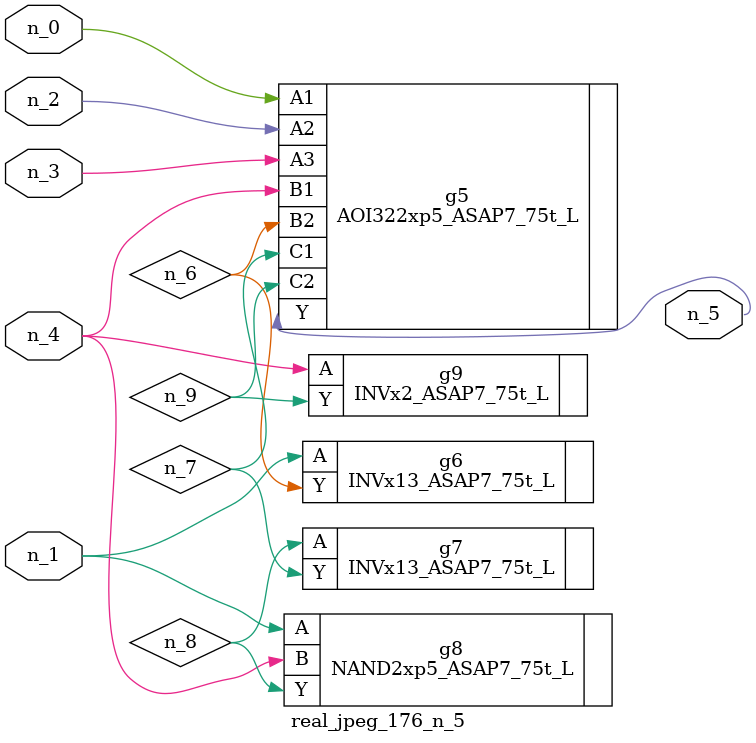
<source format=v>
module real_jpeg_176_n_5 (n_4, n_0, n_1, n_2, n_3, n_5);

input n_4;
input n_0;
input n_1;
input n_2;
input n_3;

output n_5;

wire n_8;
wire n_6;
wire n_7;
wire n_9;

AOI322xp5_ASAP7_75t_L g5 ( 
.A1(n_0),
.A2(n_2),
.A3(n_3),
.B1(n_4),
.B2(n_6),
.C1(n_7),
.C2(n_9),
.Y(n_5)
);

INVx13_ASAP7_75t_L g6 ( 
.A(n_1),
.Y(n_6)
);

NAND2xp5_ASAP7_75t_L g8 ( 
.A(n_1),
.B(n_4),
.Y(n_8)
);

INVx2_ASAP7_75t_L g9 ( 
.A(n_4),
.Y(n_9)
);

INVx13_ASAP7_75t_L g7 ( 
.A(n_8),
.Y(n_7)
);


endmodule
</source>
